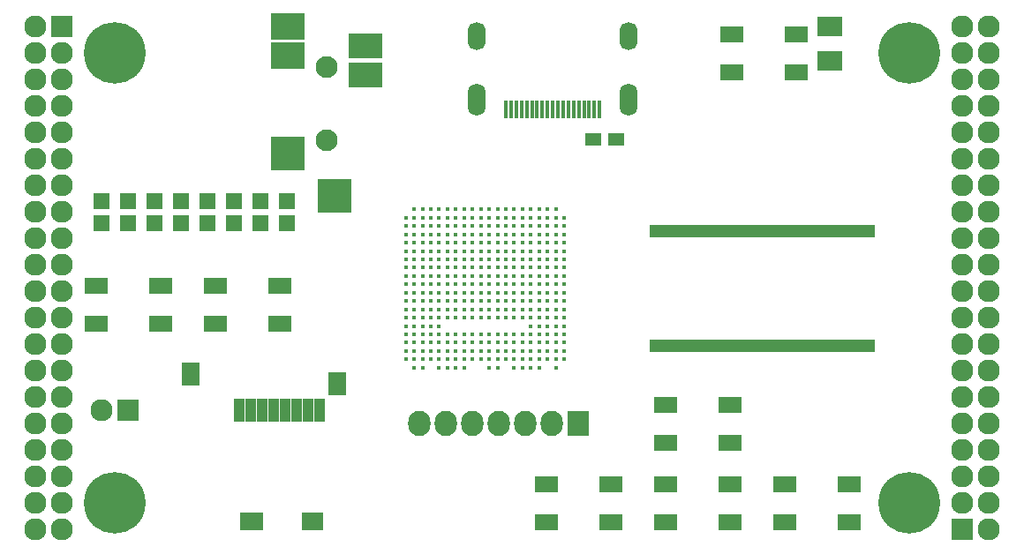
<source format=gts>
G04 #@! TF.FileFunction,Soldermask,Top*
%FSLAX46Y46*%
G04 Gerber Fmt 4.6, Leading zero omitted, Abs format (unit mm)*
G04 Created by KiCad (PCBNEW 4.0.5+dfsg1-4) date Thu May  4 12:37:23 2017*
%MOMM*%
%LPD*%
G01*
G04 APERTURE LIST*
%ADD10C,0.100000*%
%ADD11C,0.430000*%
%ADD12R,2.432000X1.924000*%
%ADD13R,1.100000X2.200000*%
%ADD14R,2.000000X1.800000*%
%ADD15R,2.200000X1.800000*%
%ADD16R,1.800000X2.300000*%
%ADD17R,2.200000X1.500000*%
%ADD18R,1.598880X1.598880*%
%ADD19R,3.200000X2.600000*%
%ADD20R,3.200000X3.200000*%
%ADD21R,3.200000X2.400000*%
%ADD22C,2.100000*%
%ADD23R,0.960000X1.300000*%
%ADD24O,1.700000X3.100000*%
%ADD25O,1.700000X2.700000*%
%ADD26R,0.350000X1.700000*%
%ADD27R,2.127200X2.127200*%
%ADD28O,2.127200X2.127200*%
%ADD29C,5.900000*%
%ADD30R,1.600000X1.300000*%
%ADD31R,2.127200X2.432000*%
%ADD32O,2.127200X2.432000*%
G04 APERTURE END LIST*
D10*
D11*
X131680000Y-80200000D03*
X132480000Y-80200000D03*
X133280000Y-80200000D03*
X134080000Y-80200000D03*
X134880000Y-80200000D03*
X135680000Y-80200000D03*
X136480000Y-80200000D03*
X137280000Y-80200000D03*
X138080000Y-80200000D03*
X138880000Y-80200000D03*
X139680000Y-80200000D03*
X140480000Y-80200000D03*
X141280000Y-80200000D03*
X142080000Y-80200000D03*
X142880000Y-80200000D03*
X143680000Y-80200000D03*
X144480000Y-80200000D03*
X145280000Y-80200000D03*
X130880000Y-81000000D03*
X131680000Y-81000000D03*
X132480000Y-81000000D03*
X133280000Y-81000000D03*
X134080000Y-81000000D03*
X134880000Y-81000000D03*
X135680000Y-81000000D03*
X136480000Y-81000000D03*
X137280000Y-81000000D03*
X138080000Y-81000000D03*
X138880000Y-81000000D03*
X139680000Y-81000000D03*
X140480000Y-81000000D03*
X141280000Y-81000000D03*
X142080000Y-81000000D03*
X142880000Y-81000000D03*
X143680000Y-81000000D03*
X144480000Y-81000000D03*
X145280000Y-81000000D03*
X146080000Y-81000000D03*
X130880000Y-81800000D03*
X131680000Y-81800000D03*
X132480000Y-81800000D03*
X133280000Y-81800000D03*
X134080000Y-81800000D03*
X134880000Y-81800000D03*
X135680000Y-81800000D03*
X136480000Y-81800000D03*
X137280000Y-81800000D03*
X138080000Y-81800000D03*
X138880000Y-81800000D03*
X139680000Y-81800000D03*
X140480000Y-81800000D03*
X141280000Y-81800000D03*
X142080000Y-81800000D03*
X142880000Y-81800000D03*
X143680000Y-81800000D03*
X144480000Y-81800000D03*
X145280000Y-81800000D03*
X146080000Y-81800000D03*
X130880000Y-82600000D03*
X131680000Y-82600000D03*
X132480000Y-82600000D03*
X133280000Y-82600000D03*
X134080000Y-82600000D03*
X134880000Y-82600000D03*
X135680000Y-82600000D03*
X136480000Y-82600000D03*
X137280000Y-82600000D03*
X138080000Y-82600000D03*
X138880000Y-82600000D03*
X139680000Y-82600000D03*
X140480000Y-82600000D03*
X141280000Y-82600000D03*
X142080000Y-82600000D03*
X142880000Y-82600000D03*
X143680000Y-82600000D03*
X144480000Y-82600000D03*
X145280000Y-82600000D03*
X146080000Y-82600000D03*
X130880000Y-83400000D03*
X131680000Y-83400000D03*
X132480000Y-83400000D03*
X133280000Y-83400000D03*
X134080000Y-83400000D03*
X134880000Y-83400000D03*
X135680000Y-83400000D03*
X136480000Y-83400000D03*
X137280000Y-83400000D03*
X138080000Y-83400000D03*
X138880000Y-83400000D03*
X139680000Y-83400000D03*
X140480000Y-83400000D03*
X141280000Y-83400000D03*
X142080000Y-83400000D03*
X142880000Y-83400000D03*
X143680000Y-83400000D03*
X144480000Y-83400000D03*
X145280000Y-83400000D03*
X146080000Y-83400000D03*
X130880000Y-84200000D03*
X131680000Y-84200000D03*
X132480000Y-84200000D03*
X133280000Y-84200000D03*
X134080000Y-84200000D03*
X134880000Y-84200000D03*
X135680000Y-84200000D03*
X136480000Y-84200000D03*
X137280000Y-84200000D03*
X138080000Y-84200000D03*
X138880000Y-84200000D03*
X139680000Y-84200000D03*
X140480000Y-84200000D03*
X141280000Y-84200000D03*
X142080000Y-84200000D03*
X142880000Y-84200000D03*
X143680000Y-84200000D03*
X144480000Y-84200000D03*
X145280000Y-84200000D03*
X146080000Y-84200000D03*
X130880000Y-85000000D03*
X131680000Y-85000000D03*
X132480000Y-85000000D03*
X133280000Y-85000000D03*
X134080000Y-85000000D03*
X134880000Y-85000000D03*
X135680000Y-85000000D03*
X136480000Y-85000000D03*
X137280000Y-85000000D03*
X138080000Y-85000000D03*
X138880000Y-85000000D03*
X139680000Y-85000000D03*
X140480000Y-85000000D03*
X141280000Y-85000000D03*
X142080000Y-85000000D03*
X142880000Y-85000000D03*
X143680000Y-85000000D03*
X144480000Y-85000000D03*
X145280000Y-85000000D03*
X146080000Y-85000000D03*
X130880000Y-85800000D03*
X131680000Y-85800000D03*
X132480000Y-85800000D03*
X133280000Y-85800000D03*
X134080000Y-85800000D03*
X134880000Y-85800000D03*
X135680000Y-85800000D03*
X136480000Y-85800000D03*
X137280000Y-85800000D03*
X138080000Y-85800000D03*
X138880000Y-85800000D03*
X139680000Y-85800000D03*
X140480000Y-85800000D03*
X141280000Y-85800000D03*
X142080000Y-85800000D03*
X142880000Y-85800000D03*
X143680000Y-85800000D03*
X144480000Y-85800000D03*
X145280000Y-85800000D03*
X146080000Y-85800000D03*
X130880000Y-86600000D03*
X131680000Y-86600000D03*
X132480000Y-86600000D03*
X133280000Y-86600000D03*
X134080000Y-86600000D03*
X134880000Y-86600000D03*
X135680000Y-86600000D03*
X136480000Y-86600000D03*
X137280000Y-86600000D03*
X138080000Y-86600000D03*
X138880000Y-86600000D03*
X139680000Y-86600000D03*
X140480000Y-86600000D03*
X141280000Y-86600000D03*
X142080000Y-86600000D03*
X142880000Y-86600000D03*
X143680000Y-86600000D03*
X144480000Y-86600000D03*
X145280000Y-86600000D03*
X146080000Y-86600000D03*
X130880000Y-87400000D03*
X131680000Y-87400000D03*
X132480000Y-87400000D03*
X133280000Y-87400000D03*
X134080000Y-87400000D03*
X134880000Y-87400000D03*
X135680000Y-87400000D03*
X136480000Y-87400000D03*
X137280000Y-87400000D03*
X138080000Y-87400000D03*
X138880000Y-87400000D03*
X139680000Y-87400000D03*
X140480000Y-87400000D03*
X141280000Y-87400000D03*
X142080000Y-87400000D03*
X142880000Y-87400000D03*
X143680000Y-87400000D03*
X144480000Y-87400000D03*
X145280000Y-87400000D03*
X146080000Y-87400000D03*
X130880000Y-88200000D03*
X131680000Y-88200000D03*
X132480000Y-88200000D03*
X133280000Y-88200000D03*
X134080000Y-88200000D03*
X134880000Y-88200000D03*
X135680000Y-88200000D03*
X136480000Y-88200000D03*
X137280000Y-88200000D03*
X138080000Y-88200000D03*
X138880000Y-88200000D03*
X139680000Y-88200000D03*
X140480000Y-88200000D03*
X141280000Y-88200000D03*
X142080000Y-88200000D03*
X142880000Y-88200000D03*
X143680000Y-88200000D03*
X144480000Y-88200000D03*
X145280000Y-88200000D03*
X146080000Y-88200000D03*
X130880000Y-89000000D03*
X131680000Y-89000000D03*
X132480000Y-89000000D03*
X133280000Y-89000000D03*
X134080000Y-89000000D03*
X134880000Y-89000000D03*
X135680000Y-89000000D03*
X136480000Y-89000000D03*
X137280000Y-89000000D03*
X138080000Y-89000000D03*
X138880000Y-89000000D03*
X139680000Y-89000000D03*
X140480000Y-89000000D03*
X141280000Y-89000000D03*
X142080000Y-89000000D03*
X142880000Y-89000000D03*
X143680000Y-89000000D03*
X144480000Y-89000000D03*
X145280000Y-89000000D03*
X146080000Y-89000000D03*
X130880000Y-89800000D03*
X131680000Y-89800000D03*
X132480000Y-89800000D03*
X133280000Y-89800000D03*
X134080000Y-89800000D03*
X134880000Y-89800000D03*
X135680000Y-89800000D03*
X136480000Y-89800000D03*
X137280000Y-89800000D03*
X138080000Y-89800000D03*
X138880000Y-89800000D03*
X139680000Y-89800000D03*
X140480000Y-89800000D03*
X141280000Y-89800000D03*
X142080000Y-89800000D03*
X142880000Y-89800000D03*
X143680000Y-89800000D03*
X144480000Y-89800000D03*
X145280000Y-89800000D03*
X146080000Y-89800000D03*
X130880000Y-90600000D03*
X131680000Y-90600000D03*
X132480000Y-90600000D03*
X133280000Y-90600000D03*
X134080000Y-90600000D03*
X134880000Y-90600000D03*
X135680000Y-90600000D03*
X136480000Y-90600000D03*
X137280000Y-90600000D03*
X138080000Y-90600000D03*
X138880000Y-90600000D03*
X139680000Y-90600000D03*
X140480000Y-90600000D03*
X141280000Y-90600000D03*
X142080000Y-90600000D03*
X142880000Y-90600000D03*
X143680000Y-90600000D03*
X144480000Y-90600000D03*
X145280000Y-90600000D03*
X146080000Y-90600000D03*
X130880000Y-91400000D03*
X131680000Y-91400000D03*
X132480000Y-91400000D03*
X133280000Y-91400000D03*
X134080000Y-91400000D03*
X142880000Y-91400000D03*
X143680000Y-91400000D03*
X144480000Y-91400000D03*
X145280000Y-91400000D03*
X146080000Y-91400000D03*
X130880000Y-92200000D03*
X131680000Y-92200000D03*
X132480000Y-92200000D03*
X133280000Y-92200000D03*
X134080000Y-92200000D03*
X134880000Y-92200000D03*
X135680000Y-92200000D03*
X136480000Y-92200000D03*
X137280000Y-92200000D03*
X138080000Y-92200000D03*
X138880000Y-92200000D03*
X139680000Y-92200000D03*
X140480000Y-92200000D03*
X141280000Y-92200000D03*
X142080000Y-92200000D03*
X142880000Y-92200000D03*
X143680000Y-92200000D03*
X144480000Y-92200000D03*
X145280000Y-92200000D03*
X146080000Y-92200000D03*
X130880000Y-93000000D03*
X131680000Y-93000000D03*
X132480000Y-93000000D03*
X133280000Y-93000000D03*
X134080000Y-93000000D03*
X134880000Y-93000000D03*
X135680000Y-93000000D03*
X136480000Y-93000000D03*
X137280000Y-93000000D03*
X138080000Y-93000000D03*
X138880000Y-93000000D03*
X139680000Y-93000000D03*
X140480000Y-93000000D03*
X141280000Y-93000000D03*
X142080000Y-93000000D03*
X142880000Y-93000000D03*
X143680000Y-93000000D03*
X144480000Y-93000000D03*
X145280000Y-93000000D03*
X146080000Y-93000000D03*
X130880000Y-93800000D03*
X131680000Y-93800000D03*
X132480000Y-93800000D03*
X133280000Y-93800000D03*
X134080000Y-93800000D03*
X134880000Y-93800000D03*
X135680000Y-93800000D03*
X136480000Y-93800000D03*
X137280000Y-93800000D03*
X138080000Y-93800000D03*
X138880000Y-93800000D03*
X139680000Y-93800000D03*
X140480000Y-93800000D03*
X141280000Y-93800000D03*
X142080000Y-93800000D03*
X142880000Y-93800000D03*
X143680000Y-93800000D03*
X144480000Y-93800000D03*
X145280000Y-93800000D03*
X146080000Y-93800000D03*
X130880000Y-94600000D03*
X131680000Y-94600000D03*
X132480000Y-94600000D03*
X133280000Y-94600000D03*
X134080000Y-94600000D03*
X134880000Y-94600000D03*
X135680000Y-94600000D03*
X136480000Y-94600000D03*
X137280000Y-94600000D03*
X138080000Y-94600000D03*
X138880000Y-94600000D03*
X139680000Y-94600000D03*
X140480000Y-94600000D03*
X141280000Y-94600000D03*
X142080000Y-94600000D03*
X142880000Y-94600000D03*
X143680000Y-94600000D03*
X144480000Y-94600000D03*
X145280000Y-94600000D03*
X146080000Y-94600000D03*
X131680000Y-95400000D03*
X132480000Y-95400000D03*
X134080000Y-95400000D03*
X134880000Y-95400000D03*
X135680000Y-95400000D03*
X136480000Y-95400000D03*
X138880000Y-95400000D03*
X139680000Y-95400000D03*
X141280000Y-95400000D03*
X142080000Y-95400000D03*
X142880000Y-95400000D03*
X143680000Y-95400000D03*
X145280000Y-95400000D03*
D12*
X171570000Y-65992000D03*
X171570000Y-62690000D03*
D13*
X114930000Y-99520000D03*
X116030000Y-99520000D03*
X117130000Y-99520000D03*
X118230000Y-99520000D03*
X119330000Y-99520000D03*
X120430000Y-99520000D03*
X121530000Y-99520000D03*
X122630000Y-99520000D03*
D14*
X121920000Y-110120000D03*
D15*
X116120000Y-110120000D03*
D16*
X124320000Y-96970000D03*
X110270000Y-95970000D03*
D17*
X101160000Y-87510000D03*
X107360000Y-87510000D03*
X101160000Y-91210000D03*
X107360000Y-91210000D03*
X112590000Y-87510000D03*
X118790000Y-87510000D03*
X112590000Y-91210000D03*
X118790000Y-91210000D03*
X161970000Y-102640000D03*
X155770000Y-102640000D03*
X161970000Y-98940000D03*
X155770000Y-98940000D03*
X161970000Y-110260000D03*
X155770000Y-110260000D03*
X161970000Y-106560000D03*
X155770000Y-106560000D03*
X150540000Y-110260000D03*
X144340000Y-110260000D03*
X150540000Y-106560000D03*
X144340000Y-106560000D03*
X173400000Y-110260000D03*
X167200000Y-110260000D03*
X173400000Y-106560000D03*
X167200000Y-106560000D03*
D18*
X119500000Y-81519020D03*
X119500000Y-79420980D03*
X116960000Y-81519020D03*
X116960000Y-79420980D03*
X114420000Y-81519020D03*
X114420000Y-79420980D03*
X111880000Y-81519020D03*
X111880000Y-79420980D03*
X109340000Y-81519020D03*
X109340000Y-79420980D03*
X106800000Y-81519020D03*
X106800000Y-79420980D03*
X104260000Y-81519020D03*
X104260000Y-79420980D03*
X101720000Y-81519020D03*
X101720000Y-79420980D03*
D19*
X119610000Y-62640000D03*
X119610000Y-65440000D03*
D20*
X119610000Y-74840000D03*
X124060000Y-78940000D03*
D21*
X127010000Y-67340000D03*
X127010000Y-64540000D03*
D22*
X123310000Y-66540000D03*
X123310000Y-73540000D03*
D23*
X175480000Y-82270000D03*
X154680000Y-93330000D03*
X155480000Y-93330000D03*
X156280000Y-93330000D03*
X157080000Y-93330000D03*
X157880000Y-93330000D03*
X158680000Y-93330000D03*
X159480000Y-93330000D03*
X160280000Y-93330000D03*
X161080000Y-93330000D03*
X161880000Y-93330000D03*
X162680000Y-93330000D03*
X163480000Y-93330000D03*
X164280000Y-93330000D03*
X165080000Y-93330000D03*
X165880000Y-93330000D03*
X166680000Y-93330000D03*
X167480000Y-93330000D03*
X168280000Y-93330000D03*
X169080000Y-93330000D03*
X169880000Y-93330000D03*
X170680000Y-93330000D03*
X171480000Y-93330000D03*
X172280000Y-93330000D03*
X173080000Y-93330000D03*
X173880000Y-93330000D03*
X174680000Y-93330000D03*
X175480000Y-93330000D03*
X174680000Y-82270000D03*
X173880000Y-82270000D03*
X173080000Y-82270000D03*
X172280000Y-82270000D03*
X171480000Y-82270000D03*
X170680000Y-82270000D03*
X169880000Y-82270000D03*
X169080000Y-82270000D03*
X168280000Y-82270000D03*
X167480000Y-82270000D03*
X166680000Y-82270000D03*
X165880000Y-82270000D03*
X165080000Y-82270000D03*
X164280000Y-82270000D03*
X163480000Y-82270000D03*
X162680000Y-82270000D03*
X161880000Y-82270000D03*
X161080000Y-82270000D03*
X160280000Y-82270000D03*
X159480000Y-82270000D03*
X158680000Y-82270000D03*
X157880000Y-82270000D03*
X157080000Y-82270000D03*
X156280000Y-82270000D03*
X155480000Y-82270000D03*
X154680000Y-82270000D03*
D24*
X152280000Y-69650000D03*
X137680000Y-69650000D03*
D25*
X137680000Y-63600000D03*
D26*
X140480000Y-70600000D03*
X140980000Y-70600000D03*
X141480000Y-70600000D03*
X141980000Y-70600000D03*
X142480000Y-70600000D03*
X142980000Y-70600000D03*
X143480000Y-70600000D03*
X143980000Y-70600000D03*
X144480000Y-70600000D03*
X144980000Y-70600000D03*
X145480000Y-70600000D03*
X145980000Y-70600000D03*
X146480000Y-70600000D03*
X146980000Y-70600000D03*
X147480000Y-70600000D03*
X147980000Y-70600000D03*
X148480000Y-70600000D03*
X148980000Y-70600000D03*
X149480000Y-70600000D03*
D25*
X152280000Y-63600000D03*
D27*
X97910000Y-62690000D03*
D28*
X95370000Y-62690000D03*
X97910000Y-65230000D03*
X95370000Y-65230000D03*
X97910000Y-67770000D03*
X95370000Y-67770000D03*
X97910000Y-70310000D03*
X95370000Y-70310000D03*
X97910000Y-72850000D03*
X95370000Y-72850000D03*
X97910000Y-75390000D03*
X95370000Y-75390000D03*
X97910000Y-77930000D03*
X95370000Y-77930000D03*
X97910000Y-80470000D03*
X95370000Y-80470000D03*
X97910000Y-83010000D03*
X95370000Y-83010000D03*
X97910000Y-85550000D03*
X95370000Y-85550000D03*
X97910000Y-88090000D03*
X95370000Y-88090000D03*
X97910000Y-90630000D03*
X95370000Y-90630000D03*
X97910000Y-93170000D03*
X95370000Y-93170000D03*
X97910000Y-95710000D03*
X95370000Y-95710000D03*
X97910000Y-98250000D03*
X95370000Y-98250000D03*
X97910000Y-100790000D03*
X95370000Y-100790000D03*
X97910000Y-103330000D03*
X95370000Y-103330000D03*
X97910000Y-105870000D03*
X95370000Y-105870000D03*
X97910000Y-108410000D03*
X95370000Y-108410000D03*
X97910000Y-110950000D03*
X95370000Y-110950000D03*
D27*
X184270000Y-110950000D03*
D28*
X186810000Y-110950000D03*
X184270000Y-108410000D03*
X186810000Y-108410000D03*
X184270000Y-105870000D03*
X186810000Y-105870000D03*
X184270000Y-103330000D03*
X186810000Y-103330000D03*
X184270000Y-100790000D03*
X186810000Y-100790000D03*
X184270000Y-98250000D03*
X186810000Y-98250000D03*
X184270000Y-95710000D03*
X186810000Y-95710000D03*
X184270000Y-93170000D03*
X186810000Y-93170000D03*
X184270000Y-90630000D03*
X186810000Y-90630000D03*
X184270000Y-88090000D03*
X186810000Y-88090000D03*
X184270000Y-85550000D03*
X186810000Y-85550000D03*
X184270000Y-83010000D03*
X186810000Y-83010000D03*
X184270000Y-80470000D03*
X186810000Y-80470000D03*
X184270000Y-77930000D03*
X186810000Y-77930000D03*
X184270000Y-75390000D03*
X186810000Y-75390000D03*
X184270000Y-72850000D03*
X186810000Y-72850000D03*
X184270000Y-70310000D03*
X186810000Y-70310000D03*
X184270000Y-67770000D03*
X186810000Y-67770000D03*
X184270000Y-65230000D03*
X186810000Y-65230000D03*
X184270000Y-62690000D03*
X186810000Y-62690000D03*
D29*
X102990000Y-108410000D03*
X179190000Y-108410000D03*
X179190000Y-65230000D03*
X102990000Y-65230000D03*
D17*
X162120000Y-63380000D03*
X168320000Y-63380000D03*
X162120000Y-67080000D03*
X168320000Y-67080000D03*
D30*
X151080000Y-73485000D03*
X148880000Y-73485000D03*
D27*
X104260000Y-99520000D03*
D28*
X101720000Y-99520000D03*
D31*
X147440000Y-100790000D03*
D32*
X144900000Y-100790000D03*
X142360000Y-100790000D03*
X139820000Y-100790000D03*
X137280000Y-100790000D03*
X134740000Y-100790000D03*
X132200000Y-100790000D03*
M02*

</source>
